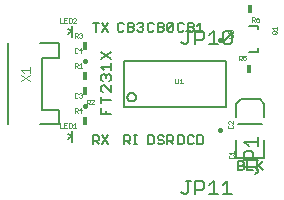
<source format=gbr>
G04 EAGLE Gerber RS-274X export*
G75*
%MOMM*%
%FSLAX34Y34*%
%LPD*%
%INSilkscreen Top*%
%IPPOS*%
%AMOC8*
5,1,8,0,0,1.08239X$1,22.5*%
G01*
%ADD10C,0.127000*%
%ADD11C,0.152400*%
%ADD12C,0.203200*%
%ADD13C,0.025400*%
%ADD14C,0.406400*%
%ADD15R,0.406400X0.711200*%
%ADD16C,0.050800*%


D10*
X192740Y2794D02*
X192740Y10421D01*
X196553Y10421D01*
X197824Y9149D01*
X197824Y7878D01*
X196553Y6607D01*
X197824Y5336D01*
X197824Y4065D01*
X196553Y2794D01*
X192740Y2794D01*
X192740Y6607D02*
X196553Y6607D01*
X200925Y10421D02*
X200925Y2794D01*
X206010Y2794D01*
X209111Y2794D02*
X209111Y10421D01*
X209111Y5336D02*
X214196Y10421D01*
X210382Y6607D02*
X214196Y2794D01*
X96311Y126370D02*
X95040Y127642D01*
X92497Y127642D01*
X91226Y126370D01*
X91226Y121286D01*
X92497Y120015D01*
X95040Y120015D01*
X96311Y121286D01*
X99412Y120015D02*
X99412Y127642D01*
X103225Y127642D01*
X104496Y126370D01*
X104496Y125099D01*
X103225Y123828D01*
X104496Y122557D01*
X104496Y121286D01*
X103225Y120015D01*
X99412Y120015D01*
X99412Y123828D02*
X103225Y123828D01*
X107598Y126370D02*
X108869Y127642D01*
X111411Y127642D01*
X112682Y126370D01*
X112682Y125099D01*
X111411Y123828D01*
X110140Y123828D01*
X111411Y123828D02*
X112682Y122557D01*
X112682Y121286D01*
X111411Y120015D01*
X108869Y120015D01*
X107598Y121286D01*
X120440Y127642D02*
X121711Y126370D01*
X120440Y127642D02*
X117897Y127642D01*
X116626Y126370D01*
X116626Y121286D01*
X117897Y120015D01*
X120440Y120015D01*
X121711Y121286D01*
X124812Y120015D02*
X124812Y127642D01*
X128625Y127642D01*
X129896Y126370D01*
X129896Y125099D01*
X128625Y123828D01*
X129896Y122557D01*
X129896Y121286D01*
X128625Y120015D01*
X124812Y120015D01*
X124812Y123828D02*
X128625Y123828D01*
X132998Y121286D02*
X132998Y126370D01*
X134269Y127642D01*
X136811Y127642D01*
X138082Y126370D01*
X138082Y121286D01*
X136811Y120015D01*
X134269Y120015D01*
X132998Y121286D01*
X138082Y126370D01*
X145840Y127642D02*
X147111Y126370D01*
X145840Y127642D02*
X143297Y127642D01*
X142026Y126370D01*
X142026Y121286D01*
X143297Y120015D01*
X145840Y120015D01*
X147111Y121286D01*
X150212Y120015D02*
X150212Y127642D01*
X154025Y127642D01*
X155296Y126370D01*
X155296Y125099D01*
X154025Y123828D01*
X155296Y122557D01*
X155296Y121286D01*
X154025Y120015D01*
X150212Y120015D01*
X150212Y123828D02*
X154025Y123828D01*
X158398Y125099D02*
X160940Y127642D01*
X160940Y120015D01*
X158398Y120015D02*
X163482Y120015D01*
X72461Y120015D02*
X72461Y127642D01*
X69919Y127642D02*
X75004Y127642D01*
X78105Y127642D02*
X83189Y120015D01*
X78105Y120015D02*
X83189Y127642D01*
X142026Y32392D02*
X142026Y24765D01*
X145840Y24765D01*
X147111Y26036D01*
X147111Y31120D01*
X145840Y32392D01*
X142026Y32392D01*
X154025Y32392D02*
X155296Y31120D01*
X154025Y32392D02*
X151483Y32392D01*
X150212Y31120D01*
X150212Y26036D01*
X151483Y24765D01*
X154025Y24765D01*
X155296Y26036D01*
X158398Y24765D02*
X158398Y32392D01*
X158398Y24765D02*
X162211Y24765D01*
X163482Y26036D01*
X163482Y31120D01*
X162211Y32392D01*
X158398Y32392D01*
X116626Y32392D02*
X116626Y24765D01*
X120440Y24765D01*
X121711Y26036D01*
X121711Y31120D01*
X120440Y32392D01*
X116626Y32392D01*
X128625Y32392D02*
X129896Y31120D01*
X128625Y32392D02*
X126083Y32392D01*
X124812Y31120D01*
X124812Y29849D01*
X126083Y28578D01*
X128625Y28578D01*
X129896Y27307D01*
X129896Y26036D01*
X128625Y24765D01*
X126083Y24765D01*
X124812Y26036D01*
X132998Y24765D02*
X132998Y32392D01*
X136811Y32392D01*
X138082Y31120D01*
X138082Y28578D01*
X136811Y27307D01*
X132998Y27307D01*
X135540Y27307D02*
X138082Y24765D01*
X96684Y24765D02*
X96684Y32392D01*
X100497Y32392D01*
X101768Y31120D01*
X101768Y28578D01*
X100497Y27307D01*
X96684Y27307D01*
X99226Y27307D02*
X101768Y24765D01*
X104869Y24765D02*
X107411Y24765D01*
X106140Y24765D02*
X106140Y32392D01*
X104869Y32392D02*
X107411Y32392D01*
X69919Y32392D02*
X69919Y24765D01*
X69919Y32392D02*
X73732Y32392D01*
X75004Y31120D01*
X75004Y28578D01*
X73732Y27307D01*
X69919Y27307D01*
X72461Y27307D02*
X75004Y24765D01*
X83189Y24765D02*
X78105Y32392D01*
X83189Y32392D02*
X78105Y24765D01*
D11*
X76955Y50166D02*
X85598Y50166D01*
X76955Y50166D02*
X76955Y55929D01*
X81276Y53048D02*
X81276Y50166D01*
X85598Y62403D02*
X76955Y62403D01*
X76955Y59522D02*
X76955Y65284D01*
X85598Y68877D02*
X85598Y74639D01*
X85598Y68877D02*
X79836Y74639D01*
X78395Y74639D01*
X76955Y73199D01*
X76955Y70317D01*
X78395Y68877D01*
X78395Y78232D02*
X76955Y79673D01*
X76955Y82554D01*
X78395Y83994D01*
X79836Y83994D01*
X81276Y82554D01*
X81276Y81113D01*
X81276Y82554D02*
X82717Y83994D01*
X84157Y83994D01*
X85598Y82554D01*
X85598Y79673D01*
X84157Y78232D01*
X79836Y87587D02*
X76955Y90468D01*
X85598Y90468D01*
X85598Y87587D02*
X85598Y93349D01*
X85598Y102705D02*
X76955Y96942D01*
X76955Y102705D02*
X85598Y96942D01*
D12*
X96393Y56642D02*
X183007Y56642D01*
X183007Y95758D01*
X96393Y95758D01*
X96393Y56642D01*
X99278Y64770D02*
X99280Y64889D01*
X99286Y65009D01*
X99296Y65128D01*
X99310Y65246D01*
X99328Y65364D01*
X99349Y65482D01*
X99375Y65598D01*
X99404Y65714D01*
X99438Y65829D01*
X99475Y65942D01*
X99516Y66054D01*
X99560Y66165D01*
X99608Y66275D01*
X99660Y66382D01*
X99715Y66488D01*
X99774Y66592D01*
X99837Y66694D01*
X99902Y66793D01*
X99971Y66891D01*
X100043Y66986D01*
X100118Y67079D01*
X100197Y67169D01*
X100278Y67257D01*
X100362Y67341D01*
X100449Y67423D01*
X100538Y67502D01*
X100630Y67578D01*
X100725Y67651D01*
X100822Y67721D01*
X100921Y67787D01*
X101023Y67850D01*
X101126Y67910D01*
X101231Y67966D01*
X101338Y68019D01*
X101447Y68068D01*
X101558Y68114D01*
X101670Y68155D01*
X101783Y68193D01*
X101897Y68228D01*
X102013Y68258D01*
X102129Y68285D01*
X102246Y68307D01*
X102364Y68326D01*
X102483Y68341D01*
X102602Y68352D01*
X102721Y68359D01*
X102840Y68362D01*
X102960Y68361D01*
X103079Y68356D01*
X103198Y68347D01*
X103317Y68334D01*
X103435Y68317D01*
X103552Y68297D01*
X103669Y68272D01*
X103785Y68243D01*
X103900Y68211D01*
X104014Y68175D01*
X104127Y68135D01*
X104238Y68091D01*
X104347Y68044D01*
X104455Y67993D01*
X104562Y67939D01*
X104666Y67881D01*
X104768Y67819D01*
X104869Y67755D01*
X104967Y67686D01*
X105063Y67615D01*
X105156Y67541D01*
X105247Y67463D01*
X105335Y67383D01*
X105420Y67299D01*
X105503Y67213D01*
X105583Y67124D01*
X105660Y67033D01*
X105733Y66939D01*
X105804Y66842D01*
X105871Y66744D01*
X105935Y66643D01*
X105996Y66540D01*
X106053Y66435D01*
X106106Y66329D01*
X106156Y66220D01*
X106203Y66110D01*
X106245Y65999D01*
X106284Y65886D01*
X106320Y65772D01*
X106351Y65656D01*
X106378Y65540D01*
X106402Y65423D01*
X106422Y65305D01*
X106438Y65187D01*
X106450Y65068D01*
X106458Y64949D01*
X106462Y64830D01*
X106462Y64710D01*
X106458Y64591D01*
X106450Y64472D01*
X106438Y64353D01*
X106422Y64235D01*
X106402Y64117D01*
X106378Y64000D01*
X106351Y63884D01*
X106320Y63768D01*
X106284Y63654D01*
X106245Y63541D01*
X106203Y63430D01*
X106156Y63320D01*
X106106Y63211D01*
X106053Y63105D01*
X105996Y63000D01*
X105935Y62897D01*
X105871Y62796D01*
X105804Y62698D01*
X105733Y62601D01*
X105660Y62507D01*
X105583Y62416D01*
X105503Y62327D01*
X105420Y62241D01*
X105335Y62157D01*
X105247Y62077D01*
X105156Y61999D01*
X105063Y61925D01*
X104967Y61854D01*
X104869Y61785D01*
X104768Y61721D01*
X104666Y61659D01*
X104562Y61601D01*
X104455Y61547D01*
X104347Y61496D01*
X104238Y61449D01*
X104127Y61405D01*
X104014Y61365D01*
X103900Y61329D01*
X103785Y61297D01*
X103669Y61268D01*
X103552Y61243D01*
X103435Y61223D01*
X103317Y61206D01*
X103198Y61193D01*
X103079Y61184D01*
X102960Y61179D01*
X102840Y61178D01*
X102721Y61181D01*
X102602Y61188D01*
X102483Y61199D01*
X102364Y61214D01*
X102246Y61233D01*
X102129Y61255D01*
X102013Y61282D01*
X101897Y61312D01*
X101783Y61347D01*
X101670Y61385D01*
X101558Y61426D01*
X101447Y61472D01*
X101338Y61521D01*
X101231Y61574D01*
X101126Y61630D01*
X101023Y61690D01*
X100921Y61753D01*
X100822Y61819D01*
X100725Y61889D01*
X100630Y61962D01*
X100538Y62038D01*
X100449Y62117D01*
X100362Y62199D01*
X100278Y62283D01*
X100197Y62371D01*
X100118Y62461D01*
X100043Y62554D01*
X99971Y62649D01*
X99902Y62747D01*
X99837Y62846D01*
X99774Y62948D01*
X99715Y63052D01*
X99660Y63158D01*
X99608Y63265D01*
X99560Y63375D01*
X99516Y63486D01*
X99475Y63598D01*
X99438Y63711D01*
X99404Y63826D01*
X99375Y63942D01*
X99349Y64058D01*
X99328Y64176D01*
X99310Y64294D01*
X99296Y64412D01*
X99286Y64531D01*
X99280Y64651D01*
X99278Y64770D01*
D13*
X139827Y76963D02*
X139827Y80140D01*
X139827Y76963D02*
X140463Y76327D01*
X141734Y76327D01*
X142369Y76963D01*
X142369Y80140D01*
X143569Y78869D02*
X144840Y80140D01*
X144840Y76327D01*
X143569Y76327D02*
X146111Y76327D01*
D14*
X177495Y36830D02*
X178105Y36830D01*
D13*
X184909Y40269D02*
X185544Y40905D01*
X184909Y40269D02*
X184909Y38998D01*
X185544Y38363D01*
X188086Y38363D01*
X188722Y38998D01*
X188722Y40269D01*
X188086Y40905D01*
X188722Y42105D02*
X188722Y44647D01*
X188722Y42105D02*
X186180Y44647D01*
X185544Y44647D01*
X184909Y44012D01*
X184909Y42740D01*
X185544Y42105D01*
D14*
X63500Y56845D02*
X63500Y57455D01*
D13*
X57279Y67440D02*
X56644Y68075D01*
X55373Y68075D01*
X54737Y67440D01*
X54737Y64898D01*
X55373Y64262D01*
X56644Y64262D01*
X57279Y64898D01*
X58479Y67440D02*
X59115Y68075D01*
X60386Y68075D01*
X61021Y67440D01*
X61021Y66804D01*
X60386Y66169D01*
X59750Y66169D01*
X60386Y66169D02*
X61021Y65533D01*
X61021Y64898D01*
X60386Y64262D01*
X59115Y64262D01*
X58479Y64898D01*
D14*
X63500Y94945D02*
X63500Y95555D01*
D13*
X57279Y105540D02*
X56644Y106175D01*
X55373Y106175D01*
X54737Y105540D01*
X54737Y102998D01*
X55373Y102362D01*
X56644Y102362D01*
X57279Y102998D01*
X60386Y102362D02*
X60386Y106175D01*
X58479Y104269D01*
X61021Y104269D01*
D15*
X63500Y82550D03*
D13*
X54737Y89662D02*
X54737Y93475D01*
X56644Y93475D01*
X57279Y92840D01*
X57279Y91569D01*
X56644Y90933D01*
X54737Y90933D01*
X56008Y90933D02*
X57279Y89662D01*
X58479Y92204D02*
X59750Y93475D01*
X59750Y89662D01*
X58479Y89662D02*
X61021Y89662D01*
D15*
X63500Y69850D03*
D13*
X65033Y62741D02*
X65033Y58928D01*
X65033Y62741D02*
X66939Y62741D01*
X67575Y62106D01*
X67575Y60835D01*
X66939Y60199D01*
X65033Y60199D01*
X66304Y60199D02*
X67575Y58928D01*
X68775Y58928D02*
X71317Y58928D01*
X68775Y58928D02*
X71317Y61470D01*
X71317Y62106D01*
X70682Y62741D01*
X69410Y62741D01*
X68775Y62106D01*
D12*
X41200Y110200D02*
X25200Y110200D01*
X41200Y110200D02*
X41200Y98200D01*
X41200Y54200D02*
X41200Y42200D01*
X25200Y42200D01*
X-1800Y42200D02*
X-1800Y110200D01*
X27200Y98200D02*
X41200Y98200D01*
X27200Y98200D02*
X27200Y54200D01*
X41200Y54200D01*
D16*
X16566Y83167D02*
X9448Y78421D01*
X9448Y83167D02*
X16566Y78421D01*
X11821Y85438D02*
X9448Y87810D01*
X16566Y87810D01*
X16566Y85438D02*
X16566Y90183D01*
D14*
X177495Y113538D02*
X178105Y113538D01*
D13*
X184909Y116977D02*
X185544Y117613D01*
X184909Y116977D02*
X184909Y115706D01*
X185544Y115071D01*
X188086Y115071D01*
X188722Y115706D01*
X188722Y116977D01*
X188086Y117613D01*
X184909Y118813D02*
X184909Y121355D01*
X184909Y118813D02*
X186815Y118813D01*
X186180Y120084D01*
X186180Y120720D01*
X186815Y121355D01*
X188086Y121355D01*
X188722Y120720D01*
X188722Y119448D01*
X188086Y118813D01*
D10*
X209677Y1780D02*
X207770Y-127D01*
X209677Y1780D02*
X209677Y3686D01*
X207770Y5593D01*
X198237Y5593D01*
X198237Y3686D02*
X198237Y7500D01*
X198237Y11567D02*
X209677Y11567D01*
X198237Y11567D02*
X198237Y17287D01*
X200144Y19193D01*
X203957Y19193D01*
X205864Y17287D01*
X205864Y11567D01*
X202051Y23261D02*
X198237Y27074D01*
X209677Y27074D01*
X209677Y23261D02*
X209677Y30887D01*
D12*
X215200Y28100D02*
X215200Y13100D01*
X191200Y13100D01*
X191200Y28100D01*
X215200Y48100D02*
X215200Y59100D01*
X211200Y63100D01*
X195200Y63100D01*
X191200Y59100D01*
X191200Y48100D01*
D10*
X193040Y41910D02*
X213360Y41910D01*
D13*
X186085Y15369D02*
X185450Y14734D01*
X185450Y13463D01*
X186085Y12827D01*
X188627Y12827D01*
X189263Y13463D01*
X189263Y14734D01*
X188627Y15369D01*
X186721Y16569D02*
X185450Y17840D01*
X189263Y17840D01*
X189263Y16569D02*
X189263Y19111D01*
D12*
X52500Y27150D02*
X52500Y31750D01*
X52500Y36350D01*
X52500Y31750D02*
X49400Y29412D01*
X52346Y32004D02*
X49400Y33934D01*
D13*
X42037Y38862D02*
X42037Y42675D01*
X42037Y38862D02*
X44579Y38862D01*
X45779Y42675D02*
X48321Y42675D01*
X45779Y42675D02*
X45779Y38862D01*
X48321Y38862D01*
X47050Y40769D02*
X45779Y40769D01*
X49521Y42675D02*
X49521Y38862D01*
X51428Y38862D01*
X52063Y39498D01*
X52063Y42040D01*
X51428Y42675D01*
X49521Y42675D01*
X53263Y41404D02*
X54534Y42675D01*
X54534Y38862D01*
X53263Y38862D02*
X55805Y38862D01*
D12*
X52500Y116050D02*
X52500Y120650D01*
X52500Y125250D01*
X52500Y120650D02*
X49400Y118312D01*
X52346Y120904D02*
X49400Y122834D01*
D13*
X42037Y127762D02*
X42037Y131575D01*
X42037Y127762D02*
X44579Y127762D01*
X45779Y131575D02*
X48321Y131575D01*
X45779Y131575D02*
X45779Y127762D01*
X48321Y127762D01*
X47050Y129669D02*
X45779Y129669D01*
X49521Y131575D02*
X49521Y127762D01*
X51428Y127762D01*
X52063Y128398D01*
X52063Y130940D01*
X51428Y131575D01*
X49521Y131575D01*
X53263Y127762D02*
X55805Y127762D01*
X53263Y127762D02*
X55805Y130304D01*
X55805Y130940D01*
X55170Y131575D01*
X53899Y131575D01*
X53263Y130940D01*
D15*
X63500Y107950D03*
D13*
X54737Y115062D02*
X54737Y118875D01*
X56644Y118875D01*
X57279Y118240D01*
X57279Y116969D01*
X56644Y116333D01*
X54737Y116333D01*
X56008Y116333D02*
X57279Y115062D01*
X58479Y118240D02*
X59115Y118875D01*
X60386Y118875D01*
X61021Y118240D01*
X61021Y117604D01*
X60386Y116969D01*
X59750Y116969D01*
X60386Y116969D02*
X61021Y116333D01*
X61021Y115698D01*
X60386Y115062D01*
X59115Y115062D01*
X58479Y115698D01*
D15*
X63500Y44450D03*
D13*
X54737Y51562D02*
X54737Y55375D01*
X56644Y55375D01*
X57279Y54740D01*
X57279Y53469D01*
X56644Y52833D01*
X54737Y52833D01*
X56008Y52833D02*
X57279Y51562D01*
X60386Y51562D02*
X60386Y55375D01*
X58479Y53469D01*
X61021Y53469D01*
D10*
X145121Y111254D02*
X147028Y109347D01*
X148934Y109347D01*
X150841Y111254D01*
X150841Y120787D01*
X148934Y120787D02*
X152748Y120787D01*
X156815Y120787D02*
X156815Y109347D01*
X156815Y120787D02*
X162535Y120787D01*
X164442Y118880D01*
X164442Y115067D01*
X162535Y113160D01*
X156815Y113160D01*
X168509Y116974D02*
X172322Y120787D01*
X172322Y109347D01*
X168509Y109347D02*
X176135Y109347D01*
X180203Y111254D02*
X180203Y118880D01*
X182110Y120787D01*
X185923Y120787D01*
X187829Y118880D01*
X187829Y111254D01*
X185923Y109347D01*
X182110Y109347D01*
X180203Y111254D01*
X187829Y118880D01*
X145121Y-15746D02*
X147028Y-17653D01*
X148934Y-17653D01*
X150841Y-15746D01*
X150841Y-6213D01*
X148934Y-6213D02*
X152748Y-6213D01*
X156815Y-6213D02*
X156815Y-17653D01*
X156815Y-6213D02*
X162535Y-6213D01*
X164442Y-8120D01*
X164442Y-11933D01*
X162535Y-13840D01*
X156815Y-13840D01*
X168509Y-10027D02*
X172322Y-6213D01*
X172322Y-17653D01*
X168509Y-17653D02*
X176135Y-17653D01*
X180203Y-10027D02*
X184016Y-6213D01*
X184016Y-17653D01*
X180203Y-17653D02*
X187829Y-17653D01*
D12*
X210200Y122300D02*
X210200Y125300D01*
X202200Y125300D01*
X210200Y106300D02*
X210200Y103300D01*
X202200Y103300D01*
D13*
X222739Y118198D02*
X225281Y118198D01*
X222739Y118198D02*
X222104Y118833D01*
X222104Y120104D01*
X222739Y120740D01*
X225281Y120740D01*
X225917Y120104D01*
X225917Y118833D01*
X225281Y118198D01*
X224646Y119469D02*
X225917Y120740D01*
X223375Y121940D02*
X222104Y123211D01*
X225917Y123211D01*
X225917Y121940D02*
X225917Y124482D01*
D15*
X202184Y88900D03*
D13*
X193421Y96012D02*
X193421Y99825D01*
X195328Y99825D01*
X195963Y99190D01*
X195963Y97919D01*
X195328Y97283D01*
X193421Y97283D01*
X194692Y97283D02*
X195963Y96012D01*
X197163Y99825D02*
X199705Y99825D01*
X197163Y99825D02*
X197163Y97919D01*
X198434Y98554D01*
X199070Y98554D01*
X199705Y97919D01*
X199705Y96648D01*
X199070Y96012D01*
X197799Y96012D01*
X197163Y96648D01*
D15*
X203200Y139700D03*
D13*
X204733Y132591D02*
X204733Y128778D01*
X204733Y132591D02*
X206639Y132591D01*
X207275Y131956D01*
X207275Y130685D01*
X206639Y130049D01*
X204733Y130049D01*
X206004Y130049D02*
X207275Y128778D01*
X209746Y131956D02*
X211017Y132591D01*
X209746Y131956D02*
X208475Y130685D01*
X208475Y129414D01*
X209110Y128778D01*
X210382Y128778D01*
X211017Y129414D01*
X211017Y130049D01*
X210382Y130685D01*
X208475Y130685D01*
M02*

</source>
